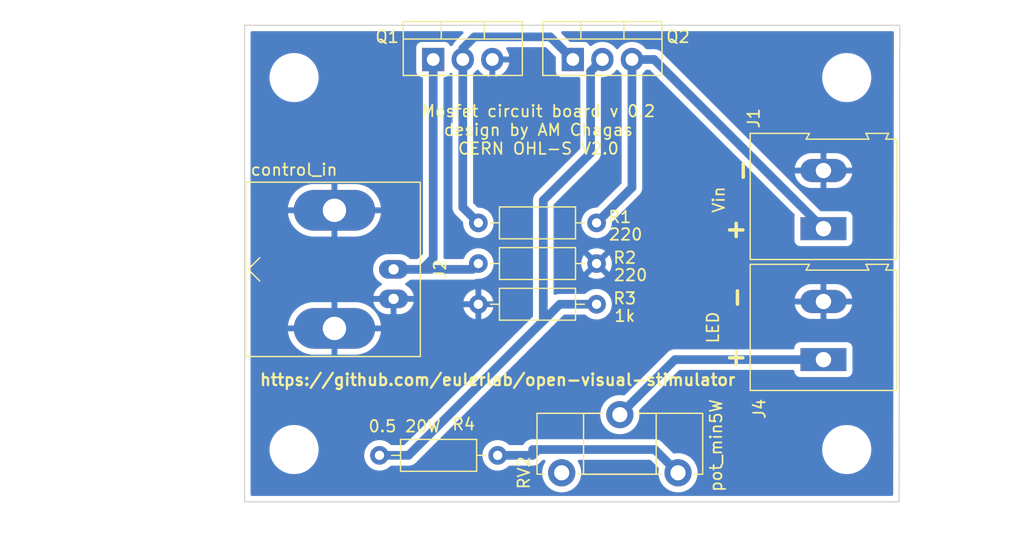
<source format=kicad_pcb>
(kicad_pcb (version 20211014) (generator pcbnew)
  (layers (0 "F.Cu" signal) (31 "B.Cu" signal) (34 "B.Paste" user) (35 "F.Paste" user) (36 "B.SilkS" user "B.Silkscreen") (37 "F.SilkS" user "F.Silkscreen") (38 "B.Mask" user) (39 "F.Mask" user) (44 "Edge.Cuts" user))
  (net 0 "")
  (net 1 "GND")
  (net 2 "Net-(J2-Pad1)")
  (net 3 "Net-(J4-Pad1)")
  (net 4 "Net-(R4-Pad1)")
  (net 5 "Net-(Q2-Pad1)")
  (net 6 "Net-(J1-Pad1)")
  (net 7 "Net-(R3-Pad1)")
  (footprint "TerminalBlock:TerminalBlock_Altech_AK300-2_P5.00mm" (layer "F.Cu") (at 208.5 82.5 90)
    (fp_text reference "J1" (at 9.5 -6 90) (layer "F.SilkS"))
    (fp_text value "Vin" (at 2.5 -9 90) (layer "F.SilkS"))
    (fp_line (start -2.65 -6.3) (end -2.65 6.3) (layer "F.SilkS") (width 0.12))
    (fp_line (start 7.7 6.3) (end 7.7 5.35) (layer "F.SilkS") (width 0.12))
    (fp_line (start -2.65 6.3) (end 7.7 6.3) (layer "F.SilkS") (width 0.12))
    (fp_line (start 8.2 3.7) (end 8.2 3.65) (layer "F.SilkS") (width 0.12))
    (fp_line (start 8.2 -1.2) (end 8.2 -6.3) (layer "F.SilkS") (width 0.12))
    (fp_line (start 8.2 -6.3) (end -2.65 -6.3) (layer "F.SilkS") (width 0.12))
    (fp_line (start 7.7 3.9) (end 7.7 -1.5) (layer "F.SilkS") (width 0.12))
    (fp_line (start 7.7 -1.5) (end 8.2 -1.2) (layer "F.SilkS") (width 0.12))
    (fp_line (start 8.2 3.65) (end 7.7 3.9) (layer "F.SilkS") (width 0.12))
    (fp_line (start 8.2 5.6) (end 8.2 3.7) (layer "F.SilkS") (width 0.12))
    (fp_line (start 7.7 5.35) (end 8.2 5.6) (layer "F.SilkS") (width 0.12))
    (pad "1" thru_hole rect locked (at 0 0 90) (size 1.98 3.96) (drill 1.32) (layers *.Cu *.Mask) (net 6 "Net-(J1-Pad1)"))
    (pad "2" thru_hole oval locked (at 5 0 90) (size 1.98 3.96) (drill 1.32) (layers *.Cu *.Mask) (net 1 "GND"))
  )
  (footprint "Connector_Coaxial_extra:BNC_Amphenol_B6252HB-NPP3G-50_Horizontal" (layer "F.Cu") (at 171.55 86 90)
    (fp_text reference "J2" (at 0 4 90) (layer "F.SilkS"))
    (fp_text value "control_in" (at 8.5725 -8.55) (layer "F.SilkS"))
    (fp_line (start 7.5 2.3) (end -7.5 2.3) (layer "F.SilkS") (width 0.12))
    (fp_line (start 7.5 -12.7) (end 7.5 2.3) (layer "F.SilkS") (width 0.12))
    (fp_line (start 0 -12.5) (end -1 -11.5) (layer "F.SilkS") (width 0.12))
    (fp_line (start -7.5 2.3) (end -7.5 -12.7) (layer "F.SilkS") (width 0.12))
    (fp_line (start -7.5 -12.7) (end 7.5 -12.7) (layer "F.SilkS") (width 0.12))
    (fp_line (start 0 -12.5) (end 1 -11.5) (layer "F.SilkS") (width 0.12))
    (pad "1" thru_hole oval locked (at 0 0 90) (size 1.6 2.5) (drill 0.89) (layers *.Cu *.Mask) (net 2 "Net-(J2-Pad1)"))
    (pad "2" thru_hole oval locked (at 5.08 -5.08 90) (size 3.5 7) (drill 2.01) (layers *.Cu *.Mask) (net 1 "GND"))
    (pad "2" thru_hole oval locked (at -2.54 0 90) (size 1.6 2.5) (drill 0.89) (layers *.Cu *.Mask) (net 1 "GND"))
    (pad "2" thru_hole oval locked (at -5.08 -5.08 90) (size 3.5 7) (drill 2.01) (layers *.Cu *.Mask) (net 1 "GND"))
  )
  (footprint "TerminalBlock:TerminalBlock_Altech_AK300-2_P5.00mm" (layer "F.Cu") (at 208.5 93.765 90)
    (fp_text reference "J4" (at -4.235 -5.5 90) (layer "F.SilkS"))
    (fp_text value "LED" (at 2.765 -9.5 90) (layer "F.SilkS"))
    (fp_line (start 8.2 3.7) (end 8.2 3.65) (layer "F.SilkS") (width 0.12))
    (fp_line (start 8.2 -6.3) (end -2.65 -6.3) (layer "F.SilkS") (width 0.12))
    (fp_line (start -2.65 -6.3) (end -2.65 6.3) (layer "F.SilkS") (width 0.12))
    (fp_line (start 8.2 3.65) (end 7.7 3.9) (layer "F.SilkS") (width 0.12))
    (fp_line (start -2.65 6.3) (end 7.7 6.3) (layer "F.SilkS") (width 0.12))
    (fp_line (start 8.2 -1.2) (end 8.2 -6.3) (layer "F.SilkS") (width 0.12))
    (fp_line (start 7.7 -1.5) (end 8.2 -1.2) (layer "F.SilkS") (width 0.12))
    (fp_line (start 7.7 5.35) (end 8.2 5.6) (layer "F.SilkS") (width 0.12))
    (fp_line (start 7.7 3.9) (end 7.7 -1.5) (layer "F.SilkS") (width 0.12))
    (fp_line (start 7.7 6.3) (end 7.7 5.35) (layer "F.SilkS") (width 0.12))
    (fp_line (start 8.2 5.6) (end 8.2 3.7) (layer "F.SilkS") (width 0.12))
    (pad "1" thru_hole rect locked (at 0 0 90) (size 1.98 3.96) (drill 1.32) (layers *.Cu *.Mask) (net 3 "Net-(J4-Pad1)"))
    (pad "2" thru_hole oval locked (at 5 0 90) (size 1.98 3.96) (drill 1.32) (layers *.Cu *.Mask) (net 1 "GND"))
  )
  (footprint "Package_TO_SOT_THT:TO-220-3_Vertical" (layer "F.Cu") (at 174.96 67.945)
    (fp_text reference "Q1" (at -3.96 -1.945) (layer "F.SilkS"))
    (fp_text value "BUZ11")
    (fp_line (start 0.69 -3.27) (end 0.69 -1.76) (layer "F.SilkS") (width 0.12))
    (fp_line (start -2.58 -3.27) (end -2.58 1.371) (layer "F.SilkS") (width 0.12))
    (fp_line (start -2.58 -3.27) (end 7.66 -3.27) (layer "F.SilkS") (width 0.12))
    (fp_line (start -2.58 -1.76) (end 7.66 -1.76) (layer "F.SilkS") (width 0.12))
    (fp_line (start 7.66 -3.27) (end 7.66 1.371) (layer "F.SilkS") (width 0.12))
    (fp_line (start 4.391 -3.27) (end 4.391 -1.76) (layer "F.SilkS") (width 0.12))
    (fp_line (start -2.58 1.371) (end 7.66 1.371) (layer "F.SilkS") (width 0.12))
    (pad "1" thru_hole rect (at 0 0) (size 1.905 2) (drill 1.1) (layers *.Cu *.Mask) (net 2 "Net-(J2-Pad1)"))
    (pad "2" thru_hole oval (at 2.54 0) (size 1.905 2) (drill 1.1) (layers *.Cu *.Mask) (net 5 "Net-(Q2-Pad1)"))
    (pad "3" thru_hole oval (at 5.08 0) (size 1.905 2) (drill 1.1) (layers *.Cu *.Mask) (net 1 "GND"))
  )
  (footprint "Package_TO_SOT_THT:TO-220-3_Vertical" (layer "F.Cu") (at 186.96 67.945)
    (fp_text reference "Q2" (at 9.04 -1.945) (layer "F.SilkS"))
    (fp_text value "IRF4905")
    (fp_line (start -2.58 -3.27) (end 7.66 -3.27) (layer "F.SilkS") (width 0.12))
    (fp_line (start 7.66 -3.27) (end 7.66 1.371) (layer "F.SilkS") (width 0.12))
    (fp_line (start 0.69 -3.27) (end 0.69 -1.76) (layer "F.SilkS") (width 0.12))
    (fp_line (start 4.391 -3.27) (end 4.391 -1.76) (layer "F.SilkS") (width 0.12))
    (fp_line (start -2.58 -1.76) (end 7.66 -1.76) (layer "F.SilkS") (width 0.12))
    (fp_line (start -2.58 1.371) (end 7.66 1.371) (layer "F.SilkS") (width 0.12))
    (fp_line (start -2.58 -3.27) (end -2.58 1.371) (layer "F.SilkS") (width 0.12))
    (pad "1" thru_hole rect (at 0 0) (size 1.905 2) (drill 1.1) (layers *.Cu *.Mask) (net 5 "Net-(Q2-Pad1)"))
    (pad "2" thru_hole oval (at 2.54 0) (size 1.905 2) (drill 1.1) (layers *.Cu *.Mask) (net 7 "Net-(R3-Pad1)"))
    (pad "3" thru_hole oval (at 5.08 0) (size 1.905 2) (drill 1.1) (layers *.Cu *.Mask) (net 6 "Net-(J1-Pad1)"))
  )
  (footprint "Resistor_THT:R_Axial_DIN0207_L6.3mm_D2.5mm_P10.16mm_Horizontal" (layer "F.Cu") (at 178.84 82)
    (fp_text reference "R1" (at 12.16 -0.5) (layer "F.SilkS"))
    (fp_text value "220" (at 12.66 1) (layer "F.SilkS"))
    (fp_line (start 1.81 -1.37) (end 1.81 1.37) (layer "F.SilkS") (width 0.12))
    (fp_line (start 8.35 -1.37) (end 1.81 -1.37) (layer "F.SilkS") (width 0.12))
    (fp_line (start 1.04 0) (end 1.81 0) (layer "F.SilkS") (width 0.12))
    (fp_line (start 9.12 0) (end 8.35 0) (layer "F.SilkS") (width 0.12))
    (fp_line (start 1.81 1.37) (end 8.35 1.37) (layer "F.SilkS") (width 0.12))
    (fp_line (start 8.35 1.37) (end 8.35 -1.37) (layer "F.SilkS") (width 0.12))
    (pad "1" thru_hole circle locked (at 0 0) (size 1.6 1.6) (drill 0.8) (layers *.Cu *.Mask) (net 5 "Net-(Q2-Pad1)"))
    (pad "2" thru_hole oval locked (at 10.16 0) (size 1.6 1.6) (drill 0.8) (layers *.Cu *.Mask) (net 6 "Net-(J1-Pad1)"))
  )
  (footprint "Resistor_THT:R_Axial_DIN0207_L6.3mm_D2.5mm_P10.16mm_Horizontal" (layer "F.Cu") (at 189 85.5 180)
    (fp_text reference "R2" (at -2.42 0.5 180) (layer "F.SilkS"))
    (fp_text value "220" (at -2.92 -1 180) (layer "F.SilkS"))
    (fp_line (start 1.04 0) (end 1.81 0) (layer "F.SilkS") (width 0.12))
    (fp_line (start 1.81 -1.37) (end 1.81 1.37) (layer "F.SilkS") (width 0.12))
    (fp_line (start 8.35 -1.37) (end 1.81 -1.37) (layer "F.SilkS") (width 0.12))
    (fp_line (start 8.35 1.37) (end 8.35 -1.37) (layer "F.SilkS") (width 0.12))
    (fp_line (start 1.81 1.37) (end 8.35 1.37) (layer "F.SilkS") (width 0.12))
    (fp_line (start 9.12 0) (end 8.35 0) (layer "F.SilkS") (width 0.12))
    (pad "1" thru_hole circle locked (at 0 0 180) (size 1.6 1.6) (drill 0.8) (layers *.Cu *.Mask) (net 1 "GND"))
    (pad "2" thru_hole oval locked (at 10.16 0 180) (size 1.6 1.6) (drill 0.8) (layers *.Cu *.Mask) (net 2 "Net-(J2-Pad1)"))
  )
  (footprint "Resistor_THT:R_Axial_DIN0207_L6.3mm_D2.5mm_P10.16mm_Horizontal" (layer "F.Cu") (at 189 89 180)
    (fp_text reference "R3" (at -2.42 0.5) (layer "F.SilkS"))
    (fp_text value "1k" (at -2.42 -1) (layer "F.SilkS"))
    (fp_line (start 1.81 -1.37) (end 1.81 1.37) (layer "F.SilkS") (width 0.12))
    (fp_line (start 1.81 1.37) (end 8.35 1.37) (layer "F.SilkS") (width 0.12))
    (fp_line (start 1.04 0) (end 1.81 0) (layer "F.SilkS") (width 0.12))
    (fp_line (start 8.35 -1.37) (end 1.81 -1.37) (layer "F.SilkS") (width 0.12))
    (fp_line (start 8.35 1.37) (end 8.35 -1.37) (layer "F.SilkS") (width 0.12))
    (fp_line (start 9.12 0) (end 8.35 0) (layer "F.SilkS") (width 0.12))
    (pad "1" thru_hole circle locked (at 0 0 180) (size 1.6 1.6) (drill 0.8) (layers *.Cu *.Mask) (net 7 "Net-(R3-Pad1)"))
    (pad "2" thru_hole oval locked (at 10.16 0 180) (size 1.6 1.6) (drill 0.8) (layers *.Cu *.Mask) (net 1 "GND"))
  )
  (footprint "Resistor_THT:R_Axial_DIN0207_L6.3mm_D2.5mm_P10.16mm_Horizontal" (layer "F.Cu") (at 180.5 102 180)
    (fp_text reference "R4" (at 2.92 2.67) (layer "F.SilkS"))
    (fp_text value "0.5 20W" (at 8 2.5) (layer "F.SilkS"))
    (fp_line (start 8.35 -1.37) (end 1.81 -1.37) (layer "F.SilkS") (width 0.12))
    (fp_line (start 1.81 -1.37) (end 1.81 1.37) (layer "F.SilkS") (width 0.12))
    (fp_line (start 1.04 0) (end 1.81 0) (layer "F.SilkS") (width 0.12))
    (fp_line (start 9.12 0) (end 8.35 0) (layer "F.SilkS") (width 0.12))
    (fp_line (start 8.35 1.37) (end 8.35 -1.37) (layer "F.SilkS") (width 0.12))
    (fp_line (start 1.81 1.37) (end 8.35 1.37) (layer "F.SilkS") (width 0.12))
    (pad "1" thru_hole circle locked (at 0 0 180) (size 1.6 1.6) (drill 0.8) (layers *.Cu *.Mask) (net 4 "Net-(R4-Pad1)"))
    (pad "2" thru_hole oval locked (at 10.16 0 180) (size 1.6 1.6) (drill 0.8) (layers *.Cu *.Mask) (net 7 "Net-(R3-Pad1)"))
  )
  (footprint "Potentiometer_THT:Potentiometer_ACP_CA14-H5_Horizontal" (layer "F.Cu") (at 186 103.5 90)
    (fp_text reference "RV2" (at 0 -3.25 90) (layer "F.SilkS"))
    (fp_text value "pot_min5W" (at 2.3495 13.2715 90) (layer "F.SilkS"))
    (fp_line (start -0.121 11.425) (end -0.121 12.12) (layer "F.SilkS") (width 0.12))
    (fp_line (start -0.121 1.426) (end -0.121 8.575) (layer "F.SilkS") (width 0.12))
    (fp_line (start 5.12 6.425) (end 5.12 12.12) (layer "F.SilkS") (width 0.12))
    (fp_line (start -0.121 8.121) (end 5.12 8.121) (layer "F.SilkS") (width 0.12))
    (fp_line (start -0.121 1.88) (end -0.121 8.121) (layer "F.SilkS") (width 0.12))
    (fp_line (start -0.121 12.12) (end 5.12 12.12) (layer "F.SilkS") (width 0.12))
    (fp_line (start -0.121 -2.12) (end -0.121 -1.426) (layer "F.SilkS") (width 0.12))
    (fp_line (start 5.12 6.425) (end 5.12 8.121) (layer "F.SilkS") (width 0.12))
    (fp_line (start -0.121 1.88) (end 5.12 1.88) (layer "F.SilkS") (width 0.12))
    (fp_line (start 5.12 1.88) (end 5.12 3.575) (layer "F.SilkS") (width 0.12))
    (fp_line (start 5.12 -2.12) (end 5.12 3.575) (layer "F.SilkS") (width 0.12))
    (fp_line (start -0.121 -2.12) (end 5.12 -2.12) (layer "F.SilkS") (width 0.12))
    (pad "1" thru_hole circle locked (at 0 0 90) (size 2.34 2.34) (drill 1.3) (layers *.Cu *.Mask))
    (pad "2" thru_hole circle locked (at 5 5 90) (size 2.34 2.34) (drill 1.3) (layers *.Cu *.Mask) (net 3 "Net-(J4-Pad1)"))
    (pad "3" thru_hole circle locked (at 0 10 90) (size 2.34 2.34) (drill 1.3) (layers *.Cu *.Mask) (net 4 "Net-(R4-Pad1)"))
  )
  (footprint "MountingHole:MountingHole_3.2mm_M3_DIN965" (layer "F.Cu") (at 210.5 101.5)
    (fp_text reference "H4")
    (fp_text value "MountingHole")
    (pad "" np_thru_hole circle (at 0 0) (size 3.2 3.2) (drill 3.2) (layers *.Cu *.Mask))
  )
  (footprint "MountingHole:MountingHole_3.2mm_M3_DIN965" (layer "F.Cu") (at 163 69.5)
    (fp_text reference "H1")
    (fp_text value "MountingHole")
    (pad "" np_thru_hole circle (at 0 0) (size 3.2 3.2) (drill 3.2) (layers *.Cu *.Mask))
  )
  (footprint "MountingHole:MountingHole_3.2mm_M3_DIN965" (layer "F.Cu") (at 163 101.5)
    (fp_text reference "H2")
    (fp_text value "MountingHole")
    (pad "" np_thru_hole circle (at 0 0) (size 3.2 3.2) (drill 3.2) (layers *.Cu *.Mask))
  )
  (footprint "MountingHole:MountingHole_3.2mm_M3_DIN965" (layer "F.Cu") (at 210.5 69.5)
    (fp_text reference "H3")
    (fp_text value "MountingHole")
    (pad "" np_thru_hole circle (at 0 0) (size 3.2 3.2) (drill 3.2) (layers *.Cu *.Mask))
  )
  (gr_line (start 158.75 106) (end 215 106) (layer "Edge.Cuts") (width 0.1))
  (gr_line (start 215 106) (end 215.06 65) (layer "Edge.Cuts") (width 0.1))
  (gr_line (start 158.75 65) (end 158.75 106) (layer "Edge.Cuts") (width 0.1))
  (gr_line (start 215.06 65) (end 158.75 65) (layer "Edge.Cuts") (width 0.1))
  (gr_text "Mosfet circuit board v 0.2\ndesign by AM Chagas\nCERN OHL-S V2.0\n" (at 184 74) (layer "F.SilkS") (effects (font (size 1 1))))
  (gr_text "+" (at 201 82.5) (layer "F.SilkS") (effects (font (size 1.5 1.5) (thickness 0.3))))
  (gr_text "-" (at 201 88.42 90) (layer "F.SilkS") (effects (font (size 1.5 1.5) (thickness 0.3))))
  (gr_text "+" (at 201 93.5) (layer "F.SilkS") (effects (font (size 1.5 1.5) (thickness 0.3))))
  (gr_text "-" (at 201.5 77.5 90) (layer "F.SilkS") (effects (font (size 1.5 1.5) (thickness 0.3))))
  (gr_text "https://github.com/eulerlab/open-visual-stimulator\n" (at 180.5 95.5) (layer "F.SilkS") (effects (font (size 1 1) (thickness 0.2))))
  (target plus (at 163 101.5) (size 3) (width 0.1) (layer "Edge.Cuts"))
  (segment (start 174.96 85.04) (end 174 86) (width 0.75) (layer "B.Cu") (net 2))
  (segment (start 178.34 86) (end 178.84 85.5) (width 0.75) (layer "B.Cu") (net 2))
  (segment (start 174 86) (end 178.34 86) (width 0.75) (layer "B.Cu") (net 2))
  (segment (start 174.96 67.945) (end 174.96 85.04) (width 0.75) (layer "B.Cu") (net 2))
  (segment (start 171.55 86) (end 174 86) (width 0.75) (layer "B.Cu") (net 2))
  (segment (start 195.735 93.765) (end 191 98.5) (width 0.75) (layer "B.Cu") (net 3))
  (segment (start 208.5 93.765) (end 195.735 93.765) (width 0.75) (layer "B.Cu") (net 3))
  (segment (start 180.5 102) (end 183.5 102) (width 0.75) (layer "B.Cu") (net 4))
  (segment (start 194 101.5) (end 196 103.5) (width 0.75) (layer "B.Cu") (net 4))
  (segment (start 183.5 102) (end 184 101.5) (width 0.75) (layer "B.Cu") (net 4))
  (segment (start 184 101.5) (end 194 101.5) (width 0.75) (layer "B.Cu") (net 4))
  (segment (start 183.5 101.5) (end 184 101.5) (width 0.75) (layer "B.Cu") (net 4))
  (segment (start 182 66) (end 185.015 66) (width 0.75) (layer "B.Cu") (net 5))
  (segment (start 177.5 80.66) (end 178.84 82) (width 0.75) (layer "B.Cu") (net 5))
  (segment (start 177.5 67) (end 178.5 66) (width 0.75) (layer "B.Cu") (net 5))
  (segment (start 185.015 66) (end 186.96 67.945) (width 0.75) (layer "B.Cu") (net 5))
  (segment (start 178.5 66) (end 182 66) (width 0.75) (layer "B.Cu") (net 5))
  (segment (start 177.5 67.945) (end 177.5 80.66) (width 0.75) (layer "B.Cu") (net 5))
  (segment (start 177.5 67.945) (end 177.5 67) (width 0.75) (layer "B.Cu") (net 5))
  (segment (start 193.945 67.945) (end 192.04 67.945) (width 0.75) (layer "B.Cu") (net 6))
  (segment (start 208.5 82.5) (end 193.945 67.945) (width 0.75) (layer "B.Cu") (net 6))
  (segment (start 192.04 78.96) (end 189 82) (width 0.75) (layer "B.Cu") (net 6))
  (segment (start 192.04 67.945) (end 192.04 78.96) (width 0.75) (layer "B.Cu") (net 6))
  (segment (start 172.84 102) (end 184.92 89.92) (width 0.75) (layer "B.Cu") (net 7))
  (segment (start 189.5 67.945) (end 188.4875 68.9575) (width 0.75) (layer "B.Cu") (net 7))
  (segment (start 185.84 89) (end 184.92 89.92) (width 0.75) (layer "B.Cu") (net 7))
  (segment (start 170.34 102) (end 172.84 102) (width 0.75) (layer "B.Cu") (net 7))
  (segment (start 188.4875 68.9575) (end 188.4875 75.9875) (width 0.75) (layer "B.Cu") (net 7))
  (segment (start 189 89) (end 185.84 89) (width 0.75) (layer "B.Cu") (net 7))
  (segment (start 184.92 89.92) (end 184.42 90.42) (width 0.75) (layer "B.Cu") (net 7))
  (segment (start 188.4875 75.9875) (end 184.42 80.055) (width 0.75) (layer "B.Cu") (net 7))
  (segment (start 184.42 80.055) (end 184.42 90.42) (width 0.75) (layer "B.Cu") (net 7))
  (zone (net 1) (net_name "GND") (layer "B.Cu") (connect_pads (clearance 0.508)) (min_thickness 0.254) (fill yes (thermal_gap 0.508) (thermal_bridge_width 0.508))
    (polygon (pts (xy 215 106) (xy 159 106) (xy 159 65) (xy 215 65)))
  )
)
</source>
